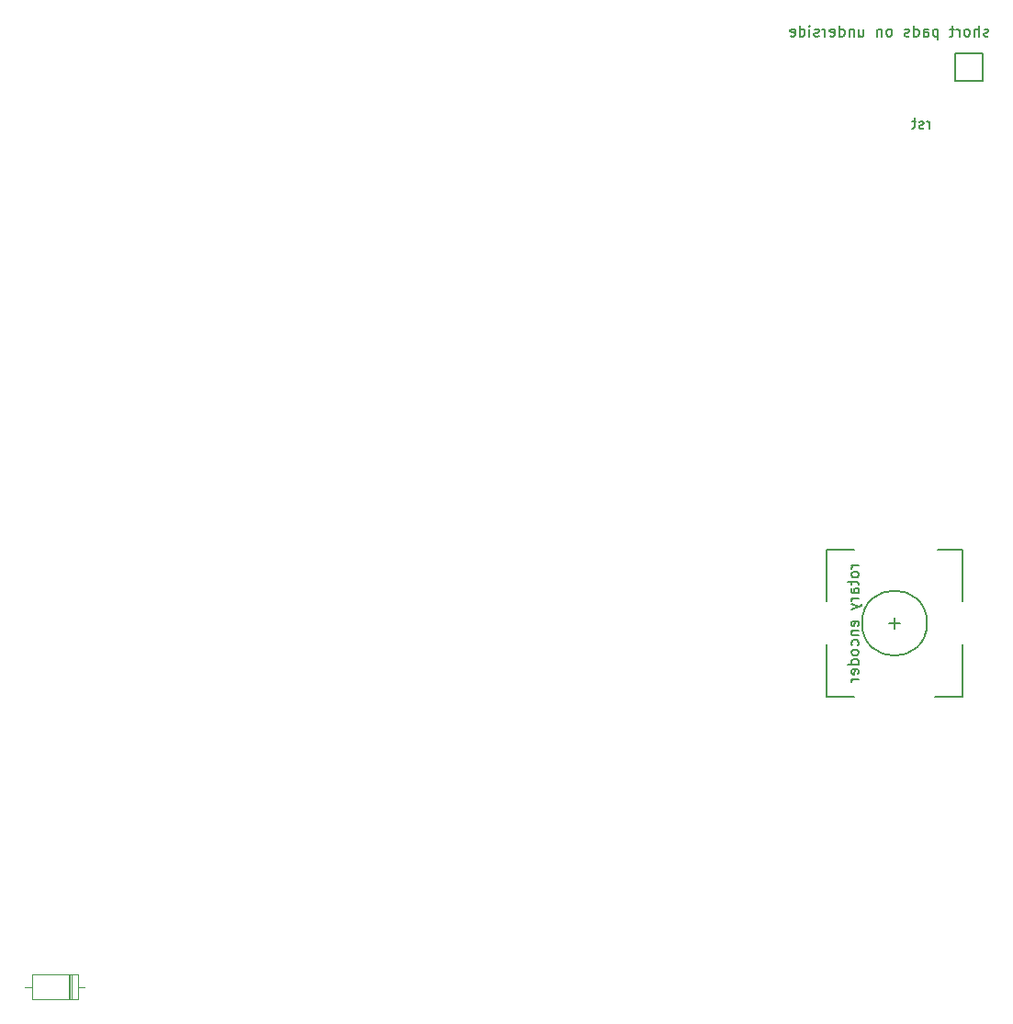
<source format=gbo>
%TF.GenerationSoftware,KiCad,Pcbnew,(6.0.8)*%
%TF.CreationDate,2023-04-06T15:31:32+10:00*%
%TF.ProjectId,drazie,6472617a-6965-42e6-9b69-6361645f7063,rev?*%
%TF.SameCoordinates,Original*%
%TF.FileFunction,Legend,Bot*%
%TF.FilePolarity,Positive*%
%FSLAX46Y46*%
G04 Gerber Fmt 4.6, Leading zero omitted, Abs format (unit mm)*
G04 Created by KiCad (PCBNEW (6.0.8)) date 2023-04-06 15:31:32*
%MOMM*%
%LPD*%
G01*
G04 APERTURE LIST*
G04 Aperture macros list*
%AMFreePoly0*
4,1,6,0.600000,0.200000,0.000000,-0.400000,-0.600000,0.200000,-0.600000,0.400000,0.600000,0.400000,0.600000,0.200000,0.600000,0.200000,$1*%
%AMFreePoly1*
4,1,6,0.600000,-0.250000,-0.600000,-0.250000,-0.600000,1.000000,0.000000,0.400000,0.600000,1.000000,0.600000,-0.250000,0.600000,-0.250000,$1*%
G04 Aperture macros list end*
%ADD10C,0.150000*%
%ADD11C,0.120000*%
%ADD12C,0.450000*%
%ADD13C,0.250000*%
%ADD14C,0.100000*%
%ADD15O,1.600000X1.600000*%
%ADD16R,1.600000X1.600000*%
%ADD17C,2.000000*%
%ADD18R,2.500000X3.000000*%
%ADD19R,2.000000X2.000000*%
%ADD20C,1.600000*%
%ADD21FreePoly0,90.000000*%
%ADD22FreePoly0,270.000000*%
%ADD23FreePoly1,90.000000*%
%ADD24FreePoly1,270.000000*%
%ADD25C,2.286000*%
%ADD26C,1.701800*%
%ADD27C,3.987800*%
%ADD28C,1.500000*%
%ADD29O,2.200000X1.600000*%
G04 APERTURE END LIST*
D10*
X202261904Y-23952380D02*
X202261904Y-23285714D01*
X202261904Y-23476190D02*
X202214285Y-23380952D01*
X202166666Y-23333333D01*
X202071428Y-23285714D01*
X201976190Y-23285714D01*
X201690476Y-23904761D02*
X201595238Y-23952380D01*
X201404761Y-23952380D01*
X201309523Y-23904761D01*
X201261904Y-23809523D01*
X201261904Y-23761904D01*
X201309523Y-23666666D01*
X201404761Y-23619047D01*
X201547619Y-23619047D01*
X201642857Y-23571428D01*
X201690476Y-23476190D01*
X201690476Y-23428571D01*
X201642857Y-23333333D01*
X201547619Y-23285714D01*
X201404761Y-23285714D01*
X201309523Y-23333333D01*
X200976190Y-23285714D02*
X200595238Y-23285714D01*
X200833333Y-22952380D02*
X200833333Y-23809523D01*
X200785714Y-23904761D01*
X200690476Y-23952380D01*
X200595238Y-23952380D01*
X207642857Y-15404761D02*
X207547619Y-15452380D01*
X207357142Y-15452380D01*
X207261904Y-15404761D01*
X207214285Y-15309523D01*
X207214285Y-15261904D01*
X207261904Y-15166666D01*
X207357142Y-15119047D01*
X207500000Y-15119047D01*
X207595238Y-15071428D01*
X207642857Y-14976190D01*
X207642857Y-14928571D01*
X207595238Y-14833333D01*
X207500000Y-14785714D01*
X207357142Y-14785714D01*
X207261904Y-14833333D01*
X206785714Y-15452380D02*
X206785714Y-14452380D01*
X206357142Y-15452380D02*
X206357142Y-14928571D01*
X206404761Y-14833333D01*
X206500000Y-14785714D01*
X206642857Y-14785714D01*
X206738095Y-14833333D01*
X206785714Y-14880952D01*
X205738095Y-15452380D02*
X205833333Y-15404761D01*
X205880952Y-15357142D01*
X205928571Y-15261904D01*
X205928571Y-14976190D01*
X205880952Y-14880952D01*
X205833333Y-14833333D01*
X205738095Y-14785714D01*
X205595238Y-14785714D01*
X205500000Y-14833333D01*
X205452380Y-14880952D01*
X205404761Y-14976190D01*
X205404761Y-15261904D01*
X205452380Y-15357142D01*
X205500000Y-15404761D01*
X205595238Y-15452380D01*
X205738095Y-15452380D01*
X204976190Y-15452380D02*
X204976190Y-14785714D01*
X204976190Y-14976190D02*
X204928571Y-14880952D01*
X204880952Y-14833333D01*
X204785714Y-14785714D01*
X204690476Y-14785714D01*
X204500000Y-14785714D02*
X204119047Y-14785714D01*
X204357142Y-14452380D02*
X204357142Y-15309523D01*
X204309523Y-15404761D01*
X204214285Y-15452380D01*
X204119047Y-15452380D01*
X203023809Y-14785714D02*
X203023809Y-15785714D01*
X203023809Y-14833333D02*
X202928571Y-14785714D01*
X202738095Y-14785714D01*
X202642857Y-14833333D01*
X202595238Y-14880952D01*
X202547619Y-14976190D01*
X202547619Y-15261904D01*
X202595238Y-15357142D01*
X202642857Y-15404761D01*
X202738095Y-15452380D01*
X202928571Y-15452380D01*
X203023809Y-15404761D01*
X201690476Y-15452380D02*
X201690476Y-14928571D01*
X201738095Y-14833333D01*
X201833333Y-14785714D01*
X202023809Y-14785714D01*
X202119047Y-14833333D01*
X201690476Y-15404761D02*
X201785714Y-15452380D01*
X202023809Y-15452380D01*
X202119047Y-15404761D01*
X202166666Y-15309523D01*
X202166666Y-15214285D01*
X202119047Y-15119047D01*
X202023809Y-15071428D01*
X201785714Y-15071428D01*
X201690476Y-15023809D01*
X200785714Y-15452380D02*
X200785714Y-14452380D01*
X200785714Y-15404761D02*
X200880952Y-15452380D01*
X201071428Y-15452380D01*
X201166666Y-15404761D01*
X201214285Y-15357142D01*
X201261904Y-15261904D01*
X201261904Y-14976190D01*
X201214285Y-14880952D01*
X201166666Y-14833333D01*
X201071428Y-14785714D01*
X200880952Y-14785714D01*
X200785714Y-14833333D01*
X200357142Y-15404761D02*
X200261904Y-15452380D01*
X200071428Y-15452380D01*
X199976190Y-15404761D01*
X199928571Y-15309523D01*
X199928571Y-15261904D01*
X199976190Y-15166666D01*
X200071428Y-15119047D01*
X200214285Y-15119047D01*
X200309523Y-15071428D01*
X200357142Y-14976190D01*
X200357142Y-14928571D01*
X200309523Y-14833333D01*
X200214285Y-14785714D01*
X200071428Y-14785714D01*
X199976190Y-14833333D01*
X198595238Y-15452380D02*
X198690476Y-15404761D01*
X198738095Y-15357142D01*
X198785714Y-15261904D01*
X198785714Y-14976190D01*
X198738095Y-14880952D01*
X198690476Y-14833333D01*
X198595238Y-14785714D01*
X198452380Y-14785714D01*
X198357142Y-14833333D01*
X198309523Y-14880952D01*
X198261904Y-14976190D01*
X198261904Y-15261904D01*
X198309523Y-15357142D01*
X198357142Y-15404761D01*
X198452380Y-15452380D01*
X198595238Y-15452380D01*
X197833333Y-14785714D02*
X197833333Y-15452380D01*
X197833333Y-14880952D02*
X197785714Y-14833333D01*
X197690476Y-14785714D01*
X197547619Y-14785714D01*
X197452380Y-14833333D01*
X197404761Y-14928571D01*
X197404761Y-15452380D01*
X195738095Y-14785714D02*
X195738095Y-15452380D01*
X196166666Y-14785714D02*
X196166666Y-15309523D01*
X196119047Y-15404761D01*
X196023809Y-15452380D01*
X195880952Y-15452380D01*
X195785714Y-15404761D01*
X195738095Y-15357142D01*
X195261904Y-14785714D02*
X195261904Y-15452380D01*
X195261904Y-14880952D02*
X195214285Y-14833333D01*
X195119047Y-14785714D01*
X194976190Y-14785714D01*
X194880952Y-14833333D01*
X194833333Y-14928571D01*
X194833333Y-15452380D01*
X193928571Y-15452380D02*
X193928571Y-14452380D01*
X193928571Y-15404761D02*
X194023809Y-15452380D01*
X194214285Y-15452380D01*
X194309523Y-15404761D01*
X194357142Y-15357142D01*
X194404761Y-15261904D01*
X194404761Y-14976190D01*
X194357142Y-14880952D01*
X194309523Y-14833333D01*
X194214285Y-14785714D01*
X194023809Y-14785714D01*
X193928571Y-14833333D01*
X193071428Y-15404761D02*
X193166666Y-15452380D01*
X193357142Y-15452380D01*
X193452380Y-15404761D01*
X193500000Y-15309523D01*
X193500000Y-14928571D01*
X193452380Y-14833333D01*
X193357142Y-14785714D01*
X193166666Y-14785714D01*
X193071428Y-14833333D01*
X193023809Y-14928571D01*
X193023809Y-15023809D01*
X193500000Y-15119047D01*
X192595238Y-15452380D02*
X192595238Y-14785714D01*
X192595238Y-14976190D02*
X192547619Y-14880952D01*
X192500000Y-14833333D01*
X192404761Y-14785714D01*
X192309523Y-14785714D01*
X192023809Y-15404761D02*
X191928571Y-15452380D01*
X191738095Y-15452380D01*
X191642857Y-15404761D01*
X191595238Y-15309523D01*
X191595238Y-15261904D01*
X191642857Y-15166666D01*
X191738095Y-15119047D01*
X191880952Y-15119047D01*
X191976190Y-15071428D01*
X192023809Y-14976190D01*
X192023809Y-14928571D01*
X191976190Y-14833333D01*
X191880952Y-14785714D01*
X191738095Y-14785714D01*
X191642857Y-14833333D01*
X191166666Y-15452380D02*
X191166666Y-14785714D01*
X191166666Y-14452380D02*
X191214285Y-14500000D01*
X191166666Y-14547619D01*
X191119047Y-14500000D01*
X191166666Y-14452380D01*
X191166666Y-14547619D01*
X190261904Y-15452380D02*
X190261904Y-14452380D01*
X190261904Y-15404761D02*
X190357142Y-15452380D01*
X190547619Y-15452380D01*
X190642857Y-15404761D01*
X190690476Y-15357142D01*
X190738095Y-15261904D01*
X190738095Y-14976190D01*
X190690476Y-14880952D01*
X190642857Y-14833333D01*
X190547619Y-14785714D01*
X190357142Y-14785714D01*
X190261904Y-14833333D01*
X189404761Y-15404761D02*
X189500000Y-15452380D01*
X189690476Y-15452380D01*
X189785714Y-15404761D01*
X189833333Y-15309523D01*
X189833333Y-14928571D01*
X189785714Y-14833333D01*
X189690476Y-14785714D01*
X189500000Y-14785714D01*
X189404761Y-14833333D01*
X189357142Y-14928571D01*
X189357142Y-15023809D01*
X189833333Y-15119047D01*
X198500000Y-69500000D02*
X199500000Y-69500000D01*
X199000000Y-69000000D02*
X199000000Y-70000000D01*
X202000000Y-69500000D02*
G75*
G03*
X202000000Y-69500000I-3000000J0D01*
G01*
X195702380Y-64214285D02*
X195035714Y-64214285D01*
X195226190Y-64214285D02*
X195130952Y-64261904D01*
X195083333Y-64309523D01*
X195035714Y-64404761D01*
X195035714Y-64500000D01*
X195702380Y-64976190D02*
X195654761Y-64880952D01*
X195607142Y-64833333D01*
X195511904Y-64785714D01*
X195226190Y-64785714D01*
X195130952Y-64833333D01*
X195083333Y-64880952D01*
X195035714Y-64976190D01*
X195035714Y-65119047D01*
X195083333Y-65214285D01*
X195130952Y-65261904D01*
X195226190Y-65309523D01*
X195511904Y-65309523D01*
X195607142Y-65261904D01*
X195654761Y-65214285D01*
X195702380Y-65119047D01*
X195702380Y-64976190D01*
X195035714Y-65595238D02*
X195035714Y-65976190D01*
X194702380Y-65738095D02*
X195559523Y-65738095D01*
X195654761Y-65785714D01*
X195702380Y-65880952D01*
X195702380Y-65976190D01*
X195702380Y-66738095D02*
X195178571Y-66738095D01*
X195083333Y-66690476D01*
X195035714Y-66595238D01*
X195035714Y-66404761D01*
X195083333Y-66309523D01*
X195654761Y-66738095D02*
X195702380Y-66642857D01*
X195702380Y-66404761D01*
X195654761Y-66309523D01*
X195559523Y-66261904D01*
X195464285Y-66261904D01*
X195369047Y-66309523D01*
X195321428Y-66404761D01*
X195321428Y-66642857D01*
X195273809Y-66738095D01*
X195702380Y-67214285D02*
X195035714Y-67214285D01*
X195226190Y-67214285D02*
X195130952Y-67261904D01*
X195083333Y-67309523D01*
X195035714Y-67404761D01*
X195035714Y-67500000D01*
X195035714Y-67738095D02*
X195702380Y-67976190D01*
X195035714Y-68214285D02*
X195702380Y-67976190D01*
X195940476Y-67880952D01*
X195988095Y-67833333D01*
X196035714Y-67738095D01*
X195654761Y-69738095D02*
X195702380Y-69642857D01*
X195702380Y-69452380D01*
X195654761Y-69357142D01*
X195559523Y-69309523D01*
X195178571Y-69309523D01*
X195083333Y-69357142D01*
X195035714Y-69452380D01*
X195035714Y-69642857D01*
X195083333Y-69738095D01*
X195178571Y-69785714D01*
X195273809Y-69785714D01*
X195369047Y-69309523D01*
X195035714Y-70214285D02*
X195702380Y-70214285D01*
X195130952Y-70214285D02*
X195083333Y-70261904D01*
X195035714Y-70357142D01*
X195035714Y-70500000D01*
X195083333Y-70595238D01*
X195178571Y-70642857D01*
X195702380Y-70642857D01*
X195654761Y-71547619D02*
X195702380Y-71452380D01*
X195702380Y-71261904D01*
X195654761Y-71166666D01*
X195607142Y-71119047D01*
X195511904Y-71071428D01*
X195226190Y-71071428D01*
X195130952Y-71119047D01*
X195083333Y-71166666D01*
X195035714Y-71261904D01*
X195035714Y-71452380D01*
X195083333Y-71547619D01*
X195702380Y-72119047D02*
X195654761Y-72023809D01*
X195607142Y-71976190D01*
X195511904Y-71928571D01*
X195226190Y-71928571D01*
X195130952Y-71976190D01*
X195083333Y-72023809D01*
X195035714Y-72119047D01*
X195035714Y-72261904D01*
X195083333Y-72357142D01*
X195130952Y-72404761D01*
X195226190Y-72452380D01*
X195511904Y-72452380D01*
X195607142Y-72404761D01*
X195654761Y-72357142D01*
X195702380Y-72261904D01*
X195702380Y-72119047D01*
X195702380Y-73309523D02*
X194702380Y-73309523D01*
X195654761Y-73309523D02*
X195702380Y-73214285D01*
X195702380Y-73023809D01*
X195654761Y-72928571D01*
X195607142Y-72880952D01*
X195511904Y-72833333D01*
X195226190Y-72833333D01*
X195130952Y-72880952D01*
X195083333Y-72928571D01*
X195035714Y-73023809D01*
X195035714Y-73214285D01*
X195083333Y-73309523D01*
X195654761Y-74166666D02*
X195702380Y-74071428D01*
X195702380Y-73880952D01*
X195654761Y-73785714D01*
X195559523Y-73738095D01*
X195178571Y-73738095D01*
X195083333Y-73785714D01*
X195035714Y-73880952D01*
X195035714Y-74071428D01*
X195083333Y-74166666D01*
X195178571Y-74214285D01*
X195273809Y-74214285D01*
X195369047Y-73738095D01*
X195702380Y-74642857D02*
X195035714Y-74642857D01*
X195226190Y-74642857D02*
X195130952Y-74690476D01*
X195083333Y-74738095D01*
X195035714Y-74833333D01*
X195035714Y-74928571D01*
X205250000Y-76250000D02*
X205250000Y-71500000D01*
X202750000Y-76250000D02*
X205250000Y-76250000D01*
X192750000Y-76250000D02*
X195250000Y-76250000D01*
X192750000Y-76000000D02*
X192750000Y-76250000D01*
X192750000Y-71500000D02*
X192750000Y-76000000D01*
X192750000Y-62750000D02*
X192750000Y-67500000D01*
X195250000Y-62750000D02*
X192750000Y-62750000D01*
X205250000Y-62750000D02*
X205250000Y-67500000D01*
X203000000Y-62750000D02*
X205250000Y-62750000D01*
D11*
%TO.C,R*%
X123115000Y-101880000D02*
X123115000Y-104120000D01*
X119475000Y-104120000D02*
X119475000Y-101880000D01*
X122995000Y-101880000D02*
X122995000Y-104120000D01*
X118825000Y-103000000D02*
X119475000Y-103000000D01*
X123715000Y-101880000D02*
X123715000Y-104120000D01*
X123715000Y-104120000D02*
X119475000Y-104120000D01*
X124365000Y-103000000D02*
X123715000Y-103000000D01*
X119475000Y-101880000D02*
X123715000Y-101880000D01*
X122875000Y-101880000D02*
X122875000Y-104120000D01*
D10*
%TO.C,MCU1*%
X204612000Y-19559000D02*
X207152000Y-19559000D01*
X207152000Y-19559000D02*
X207152000Y-17019000D01*
X204612000Y-17019000D02*
X207152000Y-17019000D01*
X204612000Y-17019000D02*
X204612000Y-19559000D01*
%TD*%
%LPC*%
X204928571Y-90952380D02*
X204928571Y-89952380D01*
X204928571Y-90333333D02*
X204833333Y-90285714D01*
X204642857Y-90285714D01*
X204547619Y-90333333D01*
X204500000Y-90380952D01*
X204452380Y-90476190D01*
X204452380Y-90761904D01*
X204500000Y-90857142D01*
X204547619Y-90904761D01*
X204642857Y-90952380D01*
X204833333Y-90952380D01*
X204928571Y-90904761D01*
X204119047Y-90285714D02*
X203880952Y-90952380D01*
X203642857Y-90285714D02*
X203880952Y-90952380D01*
X203976190Y-91190476D01*
X204023809Y-91238095D01*
X204119047Y-91285714D01*
X202071428Y-90285714D02*
X202071428Y-91095238D01*
X202119047Y-91190476D01*
X202166666Y-91238095D01*
X202261904Y-91285714D01*
X202404761Y-91285714D01*
X202500000Y-91238095D01*
X202071428Y-90904761D02*
X202166666Y-90952380D01*
X202357142Y-90952380D01*
X202452380Y-90904761D01*
X202500000Y-90857142D01*
X202547619Y-90761904D01*
X202547619Y-90476190D01*
X202500000Y-90380952D01*
X202452380Y-90333333D01*
X202357142Y-90285714D01*
X202166666Y-90285714D01*
X202071428Y-90333333D01*
X201595238Y-90285714D02*
X201595238Y-90952380D01*
X201595238Y-90380952D02*
X201547619Y-90333333D01*
X201452380Y-90285714D01*
X201309523Y-90285714D01*
X201214285Y-90333333D01*
X201166666Y-90428571D01*
X201166666Y-90952380D01*
X200261904Y-90952380D02*
X200261904Y-90428571D01*
X200309523Y-90333333D01*
X200404761Y-90285714D01*
X200595238Y-90285714D01*
X200690476Y-90333333D01*
X200261904Y-90904761D02*
X200357142Y-90952380D01*
X200595238Y-90952380D01*
X200690476Y-90904761D01*
X200738095Y-90809523D01*
X200738095Y-90714285D01*
X200690476Y-90619047D01*
X200595238Y-90571428D01*
X200357142Y-90571428D01*
X200261904Y-90523809D01*
X199880952Y-90285714D02*
X199690476Y-90952380D01*
X199500000Y-90476190D01*
X199309523Y-90952380D01*
X199119047Y-90285714D01*
X198738095Y-90952380D02*
X198738095Y-90285714D01*
X198738095Y-90380952D02*
X198690476Y-90333333D01*
X198595238Y-90285714D01*
X198452380Y-90285714D01*
X198357142Y-90333333D01*
X198309523Y-90428571D01*
X198309523Y-90952380D01*
X198309523Y-90428571D02*
X198261904Y-90333333D01*
X198166666Y-90285714D01*
X198023809Y-90285714D01*
X197928571Y-90333333D01*
X197880952Y-90428571D01*
X197880952Y-90952380D01*
X196976190Y-90952380D02*
X196976190Y-90428571D01*
X197023809Y-90333333D01*
X197119047Y-90285714D01*
X197309523Y-90285714D01*
X197404761Y-90333333D01*
X196976190Y-90904761D02*
X197071428Y-90952380D01*
X197309523Y-90952380D01*
X197404761Y-90904761D01*
X197452380Y-90809523D01*
X197452380Y-90714285D01*
X197404761Y-90619047D01*
X197309523Y-90571428D01*
X197071428Y-90571428D01*
X196976190Y-90523809D01*
X196500000Y-90285714D02*
X196500000Y-90952380D01*
X196500000Y-90380952D02*
X196452380Y-90333333D01*
X196357142Y-90285714D01*
X196214285Y-90285714D01*
X196119047Y-90333333D01*
X196071428Y-90428571D01*
X196071428Y-90952380D01*
D12*
X203207500Y-82442142D02*
X203207500Y-79442142D01*
X203207500Y-82299285D02*
X203493214Y-82442142D01*
X204064642Y-82442142D01*
X204350357Y-82299285D01*
X204493214Y-82156428D01*
X204636071Y-81870714D01*
X204636071Y-81013571D01*
X204493214Y-80727857D01*
X204350357Y-80585000D01*
X204064642Y-80442142D01*
X203493214Y-80442142D01*
X203207500Y-80585000D01*
X201778928Y-82442142D02*
X201778928Y-80442142D01*
X201778928Y-81013571D02*
X201636071Y-80727857D01*
X201493214Y-80585000D01*
X201207500Y-80442142D01*
X200921785Y-80442142D01*
X198636071Y-82442142D02*
X198636071Y-80870714D01*
X198778928Y-80585000D01*
X199064642Y-80442142D01*
X199636071Y-80442142D01*
X199921785Y-80585000D01*
X198636071Y-82299285D02*
X198921785Y-82442142D01*
X199636071Y-82442142D01*
X199921785Y-82299285D01*
X200064642Y-82013571D01*
X200064642Y-81727857D01*
X199921785Y-81442142D01*
X199636071Y-81299285D01*
X198921785Y-81299285D01*
X198636071Y-81156428D01*
X197493214Y-80442142D02*
X195921785Y-80442142D01*
X197493214Y-82442142D01*
X195921785Y-82442142D01*
X194778928Y-82442142D02*
X194778928Y-80442142D01*
X194778928Y-79442142D02*
X194921785Y-79585000D01*
X194778928Y-79727857D01*
X194636071Y-79585000D01*
X194778928Y-79442142D01*
X194778928Y-79727857D01*
X192207500Y-82299285D02*
X192493214Y-82442142D01*
X193064642Y-82442142D01*
X193350357Y-82299285D01*
X193493214Y-82013571D01*
X193493214Y-80870714D01*
X193350357Y-80585000D01*
X193064642Y-80442142D01*
X192493214Y-80442142D01*
X192207500Y-80585000D01*
X192064642Y-80870714D01*
X192064642Y-81156428D01*
X193493214Y-81442142D01*
X204493214Y-87272142D02*
X204493214Y-85272142D01*
X204493214Y-85843571D02*
X204350357Y-85557857D01*
X204207500Y-85415000D01*
X203921785Y-85272142D01*
X203636071Y-85272142D01*
X201493214Y-87129285D02*
X201778928Y-87272142D01*
X202350357Y-87272142D01*
X202636071Y-87129285D01*
X202778928Y-86843571D01*
X202778928Y-85700714D01*
X202636071Y-85415000D01*
X202350357Y-85272142D01*
X201778928Y-85272142D01*
X201493214Y-85415000D01*
X201350357Y-85700714D01*
X201350357Y-85986428D01*
X202778928Y-86272142D01*
X200350357Y-85272142D02*
X199636071Y-87272142D01*
X198921785Y-85272142D01*
X196207500Y-87272142D02*
X197921785Y-87272142D01*
X197064642Y-87272142D02*
X197064642Y-84272142D01*
X197350357Y-84700714D01*
X197636071Y-84986428D01*
X197921785Y-85129285D01*
D13*
%TO.C,MCU1*%
X199149000Y-43689000D02*
G75*
G03*
X199149000Y-43689000I-125000J0D01*
G01*
X197625000Y-20829000D02*
G75*
G03*
X197625000Y-20829000I-125000J0D01*
G01*
X197625000Y-41149000D02*
G75*
G03*
X197625000Y-41149000I-125000J0D01*
G01*
X197625000Y-36069000D02*
G75*
G03*
X197625000Y-36069000I-125000J0D01*
G01*
X197625000Y-38609000D02*
G75*
G03*
X197625000Y-38609000I-125000J0D01*
G01*
X199149000Y-33529000D02*
G75*
G03*
X199149000Y-33529000I-125000J0D01*
G01*
X199149000Y-41149000D02*
G75*
G03*
X199149000Y-41149000I-125000J0D01*
G01*
X197625000Y-25909000D02*
G75*
G03*
X197625000Y-25909000I-125000J0D01*
G01*
X199149000Y-20829000D02*
G75*
G03*
X199149000Y-20829000I-125000J0D01*
G01*
X197625000Y-33529000D02*
G75*
G03*
X197625000Y-33529000I-125000J0D01*
G01*
X197625000Y-46229000D02*
G75*
G03*
X197625000Y-46229000I-125000J0D01*
G01*
X199149000Y-23369000D02*
G75*
G03*
X199149000Y-23369000I-125000J0D01*
G01*
X199149000Y-25909000D02*
G75*
G03*
X199149000Y-25909000I-125000J0D01*
G01*
X199149000Y-36069000D02*
G75*
G03*
X199149000Y-36069000I-125000J0D01*
G01*
X197625000Y-43689000D02*
G75*
G03*
X197625000Y-43689000I-125000J0D01*
G01*
X197625000Y-23369000D02*
G75*
G03*
X197625000Y-23369000I-125000J0D01*
G01*
X199149000Y-38609000D02*
G75*
G03*
X199149000Y-38609000I-125000J0D01*
G01*
X199149000Y-18289000D02*
G75*
G03*
X199149000Y-18289000I-125000J0D01*
G01*
X199149000Y-30989000D02*
G75*
G03*
X199149000Y-30989000I-125000J0D01*
G01*
X199149000Y-46229000D02*
G75*
G03*
X199149000Y-46229000I-125000J0D01*
G01*
X199149000Y-28449000D02*
G75*
G03*
X199149000Y-28449000I-125000J0D01*
G01*
X197625000Y-30989000D02*
G75*
G03*
X197625000Y-30989000I-125000J0D01*
G01*
X197625000Y-28449000D02*
G75*
G03*
X197625000Y-28449000I-125000J0D01*
G01*
X197625000Y-18289000D02*
G75*
G03*
X197625000Y-18289000I-125000J0D01*
G01*
G36*
X204358000Y-41657000D02*
G01*
X203342000Y-41657000D01*
X203342000Y-40641000D01*
X204358000Y-40641000D01*
X204358000Y-41657000D01*
G37*
D14*
X204358000Y-41657000D02*
X203342000Y-41657000D01*
X203342000Y-40641000D01*
X204358000Y-40641000D01*
X204358000Y-41657000D01*
G36*
X204358000Y-39117000D02*
G01*
X203342000Y-39117000D01*
X203342000Y-38101000D01*
X204358000Y-38101000D01*
X204358000Y-39117000D01*
G37*
X204358000Y-39117000D02*
X203342000Y-39117000D01*
X203342000Y-38101000D01*
X204358000Y-38101000D01*
X204358000Y-39117000D01*
G36*
X193182000Y-23877000D02*
G01*
X192166000Y-23877000D01*
X192166000Y-22861000D01*
X193182000Y-22861000D01*
X193182000Y-23877000D01*
G37*
X193182000Y-23877000D02*
X192166000Y-23877000D01*
X192166000Y-22861000D01*
X193182000Y-22861000D01*
X193182000Y-23877000D01*
G36*
X193182000Y-26417000D02*
G01*
X192166000Y-26417000D01*
X192166000Y-25401000D01*
X193182000Y-25401000D01*
X193182000Y-26417000D01*
G37*
X193182000Y-26417000D02*
X192166000Y-26417000D01*
X192166000Y-25401000D01*
X193182000Y-25401000D01*
X193182000Y-26417000D01*
G36*
X193182000Y-36577000D02*
G01*
X192166000Y-36577000D01*
X192166000Y-35561000D01*
X193182000Y-35561000D01*
X193182000Y-36577000D01*
G37*
X193182000Y-36577000D02*
X192166000Y-36577000D01*
X192166000Y-35561000D01*
X193182000Y-35561000D01*
X193182000Y-36577000D01*
G36*
X204358000Y-34037000D02*
G01*
X203342000Y-34037000D01*
X203342000Y-33021000D01*
X204358000Y-33021000D01*
X204358000Y-34037000D01*
G37*
X204358000Y-34037000D02*
X203342000Y-34037000D01*
X203342000Y-33021000D01*
X204358000Y-33021000D01*
X204358000Y-34037000D01*
G36*
X193182000Y-28957000D02*
G01*
X192166000Y-28957000D01*
X192166000Y-27941000D01*
X193182000Y-27941000D01*
X193182000Y-28957000D01*
G37*
X193182000Y-28957000D02*
X192166000Y-28957000D01*
X192166000Y-27941000D01*
X193182000Y-27941000D01*
X193182000Y-28957000D01*
G36*
X193182000Y-21337000D02*
G01*
X192166000Y-21337000D01*
X192166000Y-20321000D01*
X193182000Y-20321000D01*
X193182000Y-21337000D01*
G37*
X193182000Y-21337000D02*
X192166000Y-21337000D01*
X192166000Y-20321000D01*
X193182000Y-20321000D01*
X193182000Y-21337000D01*
G36*
X193182000Y-34037000D02*
G01*
X192166000Y-34037000D01*
X192166000Y-33021000D01*
X193182000Y-33021000D01*
X193182000Y-34037000D01*
G37*
X193182000Y-34037000D02*
X192166000Y-34037000D01*
X192166000Y-33021000D01*
X193182000Y-33021000D01*
X193182000Y-34037000D01*
G36*
X204358000Y-44197000D02*
G01*
X203342000Y-44197000D01*
X203342000Y-43181000D01*
X204358000Y-43181000D01*
X204358000Y-44197000D01*
G37*
X204358000Y-44197000D02*
X203342000Y-44197000D01*
X203342000Y-43181000D01*
X204358000Y-43181000D01*
X204358000Y-44197000D01*
G36*
X204358000Y-26417000D02*
G01*
X203342000Y-26417000D01*
X203342000Y-25401000D01*
X204358000Y-25401000D01*
X204358000Y-26417000D01*
G37*
X204358000Y-26417000D02*
X203342000Y-26417000D01*
X203342000Y-25401000D01*
X204358000Y-25401000D01*
X204358000Y-26417000D01*
G36*
X204358000Y-46737000D02*
G01*
X203342000Y-46737000D01*
X203342000Y-45721000D01*
X204358000Y-45721000D01*
X204358000Y-46737000D01*
G37*
X204358000Y-46737000D02*
X203342000Y-46737000D01*
X203342000Y-45721000D01*
X204358000Y-45721000D01*
X204358000Y-46737000D01*
G36*
X204358000Y-21337000D02*
G01*
X203342000Y-21337000D01*
X203342000Y-20321000D01*
X204358000Y-20321000D01*
X204358000Y-21337000D01*
G37*
X204358000Y-21337000D02*
X203342000Y-21337000D01*
X203342000Y-20321000D01*
X204358000Y-20321000D01*
X204358000Y-21337000D01*
G36*
X193182000Y-18797000D02*
G01*
X192166000Y-18797000D01*
X192166000Y-17781000D01*
X193182000Y-17781000D01*
X193182000Y-18797000D01*
G37*
X193182000Y-18797000D02*
X192166000Y-18797000D01*
X192166000Y-17781000D01*
X193182000Y-17781000D01*
X193182000Y-18797000D01*
G36*
X204358000Y-31497000D02*
G01*
X203342000Y-31497000D01*
X203342000Y-30481000D01*
X204358000Y-30481000D01*
X204358000Y-31497000D01*
G37*
X204358000Y-31497000D02*
X203342000Y-31497000D01*
X203342000Y-30481000D01*
X204358000Y-30481000D01*
X204358000Y-31497000D01*
G36*
X193182000Y-44197000D02*
G01*
X192166000Y-44197000D01*
X192166000Y-43181000D01*
X193182000Y-43181000D01*
X193182000Y-44197000D01*
G37*
X193182000Y-44197000D02*
X192166000Y-44197000D01*
X192166000Y-43181000D01*
X193182000Y-43181000D01*
X193182000Y-44197000D01*
G36*
X204358000Y-36577000D02*
G01*
X203342000Y-36577000D01*
X203342000Y-35561000D01*
X204358000Y-35561000D01*
X204358000Y-36577000D01*
G37*
X204358000Y-36577000D02*
X203342000Y-36577000D01*
X203342000Y-35561000D01*
X204358000Y-35561000D01*
X204358000Y-36577000D01*
G36*
X193182000Y-46737000D02*
G01*
X192166000Y-46737000D01*
X192166000Y-45721000D01*
X193182000Y-45721000D01*
X193182000Y-46737000D01*
G37*
X193182000Y-46737000D02*
X192166000Y-46737000D01*
X192166000Y-45721000D01*
X193182000Y-45721000D01*
X193182000Y-46737000D01*
G36*
X193182000Y-41657000D02*
G01*
X192166000Y-41657000D01*
X192166000Y-40641000D01*
X193182000Y-40641000D01*
X193182000Y-41657000D01*
G37*
X193182000Y-41657000D02*
X192166000Y-41657000D01*
X192166000Y-40641000D01*
X193182000Y-40641000D01*
X193182000Y-41657000D01*
G36*
X193182000Y-31497000D02*
G01*
X192166000Y-31497000D01*
X192166000Y-30481000D01*
X193182000Y-30481000D01*
X193182000Y-31497000D01*
G37*
X193182000Y-31497000D02*
X192166000Y-31497000D01*
X192166000Y-30481000D01*
X193182000Y-30481000D01*
X193182000Y-31497000D01*
G36*
X204358000Y-28957000D02*
G01*
X203342000Y-28957000D01*
X203342000Y-27941000D01*
X204358000Y-27941000D01*
X204358000Y-28957000D01*
G37*
X204358000Y-28957000D02*
X203342000Y-28957000D01*
X203342000Y-27941000D01*
X204358000Y-27941000D01*
X204358000Y-28957000D01*
G36*
X193182000Y-39117000D02*
G01*
X192166000Y-39117000D01*
X192166000Y-38101000D01*
X193182000Y-38101000D01*
X193182000Y-39117000D01*
G37*
X193182000Y-39117000D02*
X192166000Y-39117000D01*
X192166000Y-38101000D01*
X193182000Y-38101000D01*
X193182000Y-39117000D01*
G36*
X204358000Y-23877000D02*
G01*
X203342000Y-23877000D01*
X203342000Y-22861000D01*
X204358000Y-22861000D01*
X204358000Y-23877000D01*
G37*
X204358000Y-23877000D02*
X203342000Y-23877000D01*
X203342000Y-22861000D01*
X204358000Y-22861000D01*
X204358000Y-23877000D01*
G36*
X204358000Y-18797000D02*
G01*
X203342000Y-18797000D01*
X203342000Y-17781000D01*
X204358000Y-17781000D01*
X204358000Y-18797000D01*
G37*
X204358000Y-18797000D02*
X203342000Y-18797000D01*
X203342000Y-17781000D01*
X204358000Y-17781000D01*
X204358000Y-18797000D01*
%TD*%
D15*
%TO.C,R*%
X127880000Y-103000000D03*
D16*
X135500000Y-103000000D03*
%TD*%
D15*
%TO.C,R*%
X117880000Y-103000000D03*
D16*
X125500000Y-103000000D03*
%TD*%
D15*
%TO.C,R*%
X137880000Y-103000000D03*
D16*
X145500000Y-103000000D03*
%TD*%
D17*
%TO.C,rotary encoder*%
X196500000Y-76500000D03*
X201500000Y-76500000D03*
D18*
X204600000Y-69500000D03*
X193400000Y-69500000D03*
D17*
X199000000Y-62000000D03*
X196500000Y-62000000D03*
D19*
X201500000Y-62000000D03*
%TD*%
D15*
%TO.C,R*%
X139880000Y-97000000D03*
D16*
X147500000Y-97000000D03*
%TD*%
D15*
%TO.C,R*%
X141880000Y-91000000D03*
D16*
X149500000Y-91000000D03*
%TD*%
D15*
%TO.C,R*%
X140880000Y-94000000D03*
D16*
X148500000Y-94000000D03*
%TD*%
D15*
%TO.C,R*%
X138880000Y-100000000D03*
D16*
X146500000Y-100000000D03*
%TD*%
D15*
%TO.C,R*%
X129880000Y-97000000D03*
D16*
X137500000Y-97000000D03*
%TD*%
D15*
%TO.C,R*%
X131880000Y-91000000D03*
D16*
X139500000Y-91000000D03*
%TD*%
D15*
%TO.C,R*%
X130880000Y-94000000D03*
D16*
X138500000Y-94000000D03*
%TD*%
D15*
%TO.C,R*%
X128880000Y-100000000D03*
D16*
X136500000Y-100000000D03*
%TD*%
D15*
%TO.C,R*%
X119880000Y-97000000D03*
D16*
X127500000Y-97000000D03*
%TD*%
D15*
%TO.C,R*%
X121880000Y-91000000D03*
D16*
X129500000Y-91000000D03*
%TD*%
D15*
%TO.C,R*%
X120880000Y-94000000D03*
D16*
X128500000Y-94000000D03*
%TD*%
D15*
%TO.C,R*%
X118880000Y-100000000D03*
D16*
X126500000Y-100000000D03*
%TD*%
D15*
%TO.C,R*%
X109880000Y-97000000D03*
D16*
X117500000Y-97000000D03*
%TD*%
D15*
%TO.C,R*%
X111880000Y-91000000D03*
D16*
X119500000Y-91000000D03*
%TD*%
D15*
%TO.C,R*%
X110880000Y-94000000D03*
D16*
X118500000Y-94000000D03*
%TD*%
D15*
%TO.C,R*%
X108880000Y-100000000D03*
D16*
X116500000Y-100000000D03*
%TD*%
D15*
%TO.C,R*%
X99880000Y-97000000D03*
D16*
X107500000Y-97000000D03*
%TD*%
D15*
%TO.C,R*%
X101880000Y-91000000D03*
D16*
X109500000Y-91000000D03*
%TD*%
D15*
%TO.C,R*%
X100880000Y-94000000D03*
D16*
X108500000Y-94000000D03*
%TD*%
D15*
%TO.C,R*%
X98880000Y-100000000D03*
D16*
X106500000Y-100000000D03*
%TD*%
D15*
%TO.C,R*%
X89880000Y-96992834D03*
D16*
X97500000Y-96992834D03*
%TD*%
D15*
%TO.C,R*%
X91880000Y-90992834D03*
D16*
X99500000Y-90992834D03*
%TD*%
D15*
%TO.C,R*%
X90880000Y-93992834D03*
D16*
X98500000Y-93992834D03*
%TD*%
D15*
%TO.C,R*%
X88880000Y-99992834D03*
D16*
X96500000Y-99992834D03*
%TD*%
D15*
%TO.C,R*%
X58880000Y-100000000D03*
D16*
X66500000Y-100000000D03*
%TD*%
D15*
%TO.C,R*%
X59880000Y-97000000D03*
D16*
X67500000Y-97000000D03*
%TD*%
D15*
%TO.C,R*%
X60880000Y-94000000D03*
D16*
X68500000Y-94000000D03*
%TD*%
D15*
%TO.C,R*%
X61880000Y-91000000D03*
D16*
X69500000Y-91000000D03*
%TD*%
D15*
%TO.C,R*%
X68880000Y-100000000D03*
D16*
X76500000Y-100000000D03*
%TD*%
D15*
%TO.C,R*%
X69880000Y-97000000D03*
D16*
X77500000Y-97000000D03*
%TD*%
D15*
%TO.C,R*%
X70880000Y-94000000D03*
D16*
X78500000Y-94000000D03*
%TD*%
D15*
%TO.C,R*%
X71880000Y-91000000D03*
D16*
X79500000Y-91000000D03*
%TD*%
D15*
%TO.C,R*%
X78880000Y-100000000D03*
D16*
X86500000Y-100000000D03*
%TD*%
D15*
%TO.C,R*%
X79880000Y-97000000D03*
D16*
X87500000Y-97000000D03*
%TD*%
D15*
%TO.C,R*%
X80880000Y-94000000D03*
D16*
X88500000Y-94000000D03*
%TD*%
D15*
%TO.C,R*%
X81880000Y-91000000D03*
D16*
X89500000Y-91000000D03*
%TD*%
D20*
%TO.C,MCU1*%
X190642000Y-28449000D03*
X190642000Y-41149000D03*
X190642000Y-18289000D03*
X205882000Y-18289000D03*
D21*
X192420000Y-18289000D03*
X192420000Y-20829000D03*
D16*
X205882000Y-18289000D03*
D22*
X204104000Y-46229000D03*
D20*
X190642000Y-43689000D03*
D21*
X192420000Y-41149000D03*
D20*
X190642000Y-20829000D03*
D22*
X204104000Y-33529000D03*
D20*
X205882000Y-36069000D03*
X190642000Y-23369000D03*
D22*
X204104000Y-23369000D03*
X204104000Y-18289000D03*
X204104000Y-36069000D03*
D20*
X190642000Y-46229000D03*
D21*
X192420000Y-23369000D03*
D20*
X190642000Y-33529000D03*
X205882000Y-33529000D03*
D22*
X204104000Y-41149000D03*
D20*
X190642000Y-25909000D03*
D22*
X204104000Y-25909000D03*
D21*
X192420000Y-38609000D03*
X192420000Y-30989000D03*
X192420000Y-28449000D03*
D22*
X204104000Y-38609000D03*
D20*
X205882000Y-46229000D03*
D22*
X204104000Y-20829000D03*
X204104000Y-43689000D03*
D21*
X192420000Y-36069000D03*
D20*
X205882000Y-41149000D03*
X205882000Y-30989000D03*
D21*
X192420000Y-46229000D03*
D20*
X205882000Y-20829000D03*
D21*
X192420000Y-25909000D03*
D20*
X190642000Y-36069000D03*
X205882000Y-38609000D03*
D21*
X192420000Y-43689000D03*
D20*
X190642000Y-30989000D03*
X205882000Y-25909000D03*
D21*
X192420000Y-33529000D03*
D20*
X205882000Y-23369000D03*
X190642000Y-38609000D03*
X205882000Y-43689000D03*
X205882000Y-28449000D03*
D22*
X204104000Y-30989000D03*
X204104000Y-28449000D03*
D23*
X193436000Y-18289000D03*
X193436000Y-20829000D03*
X193436000Y-23369000D03*
X193436000Y-25909000D03*
X193436000Y-28449000D03*
X193436000Y-30989000D03*
X193436000Y-33529000D03*
X193436000Y-36069000D03*
X193436000Y-38609000D03*
X193436000Y-41149000D03*
X193436000Y-43689000D03*
X193436000Y-46229000D03*
D24*
X203088000Y-46229000D03*
X203088000Y-43689000D03*
X203088000Y-41149000D03*
X203088000Y-38609000D03*
X203088000Y-36069000D03*
X203088000Y-33529000D03*
X203088000Y-30989000D03*
X203088000Y-28449000D03*
X203088000Y-25909000D03*
X203088000Y-23369000D03*
X203088000Y-20829000D03*
X203088000Y-18289000D03*
%TD*%
D25*
%TO.C,S14*%
X144810000Y-76460000D03*
X137190000Y-76460000D03*
X138460000Y-73920000D03*
X143540000Y-73920000D03*
D26*
X146080000Y-79000000D03*
D27*
X141000000Y-79000000D03*
D26*
X135920000Y-79000000D03*
%TD*%
D25*
%TO.C,S14*%
X106810000Y-76460000D03*
X99190000Y-76460000D03*
X100460000Y-73920000D03*
X105540000Y-73920000D03*
D26*
X108080000Y-79000000D03*
D27*
X103000000Y-79000000D03*
D26*
X97920000Y-79000000D03*
%TD*%
D25*
%TO.C,S14*%
X163810000Y-76460000D03*
X156190000Y-76460000D03*
X157460000Y-73920000D03*
X162540000Y-73920000D03*
D26*
X165080000Y-79000000D03*
D27*
X160000000Y-79000000D03*
D26*
X154920000Y-79000000D03*
%TD*%
D25*
%TO.C,S14*%
X87810000Y-76460000D03*
X80190000Y-76460000D03*
X81460000Y-73920000D03*
X86540000Y-73920000D03*
D26*
X89080000Y-79000000D03*
D27*
X84000000Y-79000000D03*
D26*
X78920000Y-79000000D03*
%TD*%
D25*
%TO.C,S14*%
X182810000Y-76460000D03*
X175190000Y-76460000D03*
X176460000Y-73920000D03*
X181540000Y-73920000D03*
D26*
X184080000Y-79000000D03*
D27*
X179000000Y-79000000D03*
D26*
X173920000Y-79000000D03*
%TD*%
D25*
%TO.C,S14*%
X125810000Y-76460000D03*
X118190000Y-76460000D03*
X119460000Y-73920000D03*
X124540000Y-73920000D03*
D26*
X127080000Y-79000000D03*
D27*
X122000000Y-79000000D03*
D26*
X116920000Y-79000000D03*
%TD*%
D25*
%TO.C,S14*%
X163810000Y-57460000D03*
X156190000Y-57460000D03*
X157460000Y-54920000D03*
X162540000Y-54920000D03*
D26*
X165080000Y-60000000D03*
D27*
X160000000Y-60000000D03*
D26*
X154920000Y-60000000D03*
%TD*%
D25*
%TO.C,S14*%
X87810000Y-57460000D03*
X80190000Y-57460000D03*
X81460000Y-54920000D03*
X86540000Y-54920000D03*
D26*
X89080000Y-60000000D03*
D27*
X84000000Y-60000000D03*
D26*
X78920000Y-60000000D03*
%TD*%
D25*
%TO.C,S14*%
X182810000Y-57460000D03*
X175190000Y-57460000D03*
X176460000Y-54920000D03*
X181540000Y-54920000D03*
D26*
X184080000Y-60000000D03*
D27*
X179000000Y-60000000D03*
D26*
X173920000Y-60000000D03*
%TD*%
D25*
%TO.C,S14*%
X144810000Y-57460000D03*
X137190000Y-57460000D03*
X138460000Y-54920000D03*
X143540000Y-54920000D03*
D26*
X146080000Y-60000000D03*
D27*
X141000000Y-60000000D03*
D26*
X135920000Y-60000000D03*
%TD*%
D25*
%TO.C,S14*%
X125810000Y-57460000D03*
X118190000Y-57460000D03*
X119460000Y-54920000D03*
X124540000Y-54920000D03*
D26*
X127080000Y-60000000D03*
D27*
X122000000Y-60000000D03*
D26*
X116920000Y-60000000D03*
%TD*%
D25*
%TO.C,S14*%
X106810000Y-57460000D03*
X99190000Y-57460000D03*
X100460000Y-54920000D03*
X105540000Y-54920000D03*
D26*
X108080000Y-60000000D03*
D27*
X103000000Y-60000000D03*
D26*
X97920000Y-60000000D03*
%TD*%
%TO.C,S14*%
X16920000Y-79000000D03*
D27*
X22000000Y-79000000D03*
D26*
X27080000Y-79000000D03*
D25*
X24540000Y-73920000D03*
X19460000Y-73920000D03*
X18190000Y-76460000D03*
X25810000Y-76460000D03*
%TD*%
%TO.C,S14*%
X183310000Y-100460000D03*
X175690000Y-100460000D03*
X176960000Y-97920000D03*
X182040000Y-97920000D03*
D26*
X184580000Y-103000000D03*
D27*
X179500000Y-103000000D03*
D26*
X174420000Y-103000000D03*
%TD*%
D25*
%TO.C,S14*%
X164310000Y-100460000D03*
X156690000Y-100460000D03*
X157960000Y-97920000D03*
X163040000Y-97920000D03*
D26*
X165580000Y-103000000D03*
D27*
X160500000Y-103000000D03*
D26*
X155420000Y-103000000D03*
%TD*%
D25*
%TO.C,S14*%
X202310000Y-100460000D03*
X194690000Y-100460000D03*
X195960000Y-97920000D03*
X201040000Y-97920000D03*
D26*
X203580000Y-103000000D03*
D27*
X198500000Y-103000000D03*
D26*
X193420000Y-103000000D03*
%TD*%
D25*
%TO.C,S14*%
X182810000Y-19460000D03*
X175190000Y-19460000D03*
X176460000Y-16920000D03*
X181540000Y-16920000D03*
D26*
X184080000Y-22000000D03*
D27*
X179000000Y-22000000D03*
D26*
X173920000Y-22000000D03*
%TD*%
D25*
%TO.C,S14*%
X182810000Y-38460000D03*
X175190000Y-38460000D03*
X176460000Y-35920000D03*
X181540000Y-35920000D03*
D26*
X184080000Y-41000000D03*
D27*
X179000000Y-41000000D03*
D26*
X173920000Y-41000000D03*
%TD*%
D25*
%TO.C,S14*%
X163810000Y-19460000D03*
X156190000Y-19460000D03*
X157460000Y-16920000D03*
X162540000Y-16920000D03*
D26*
X165080000Y-22000000D03*
D27*
X160000000Y-22000000D03*
D26*
X154920000Y-22000000D03*
%TD*%
D25*
%TO.C,S14*%
X163810000Y-38460000D03*
X156190000Y-38460000D03*
X157460000Y-35920000D03*
X162540000Y-35920000D03*
D26*
X165080000Y-41000000D03*
D27*
X160000000Y-41000000D03*
D26*
X154920000Y-41000000D03*
%TD*%
D25*
%TO.C,S14*%
X144810000Y-19460000D03*
X137190000Y-19460000D03*
X138460000Y-16920000D03*
X143540000Y-16920000D03*
D26*
X146080000Y-22000000D03*
D27*
X141000000Y-22000000D03*
D26*
X135920000Y-22000000D03*
%TD*%
D25*
%TO.C,S14*%
X144810000Y-38460000D03*
X137190000Y-38460000D03*
X138460000Y-35920000D03*
X143540000Y-35920000D03*
D26*
X146080000Y-41000000D03*
D27*
X141000000Y-41000000D03*
D26*
X135920000Y-41000000D03*
%TD*%
D25*
%TO.C,S14*%
X125810000Y-19460000D03*
X118190000Y-19460000D03*
X119460000Y-16920000D03*
X124540000Y-16920000D03*
D26*
X127080000Y-22000000D03*
D27*
X122000000Y-22000000D03*
D26*
X116920000Y-22000000D03*
%TD*%
D25*
%TO.C,S14*%
X125810000Y-38460000D03*
X118190000Y-38460000D03*
X119460000Y-35920000D03*
X124540000Y-35920000D03*
D26*
X127080000Y-41000000D03*
D27*
X122000000Y-41000000D03*
D26*
X116920000Y-41000000D03*
%TD*%
D25*
%TO.C,S14*%
X106810000Y-19460000D03*
X99190000Y-19460000D03*
X100460000Y-16920000D03*
X105540000Y-16920000D03*
D26*
X108080000Y-22000000D03*
D27*
X103000000Y-22000000D03*
D26*
X97920000Y-22000000D03*
%TD*%
D25*
%TO.C,S14*%
X106810000Y-38460000D03*
X99190000Y-38460000D03*
X100460000Y-35920000D03*
X105540000Y-35920000D03*
D26*
X108080000Y-41000000D03*
D27*
X103000000Y-41000000D03*
D26*
X97920000Y-41000000D03*
%TD*%
D25*
%TO.C,S14*%
X87810000Y-19460000D03*
X80190000Y-19460000D03*
X81460000Y-16920000D03*
X86540000Y-16920000D03*
D26*
X89080000Y-22000000D03*
D27*
X84000000Y-22000000D03*
D26*
X78920000Y-22000000D03*
%TD*%
D25*
%TO.C,S14*%
X87810000Y-38460000D03*
X80190000Y-38460000D03*
X81460000Y-35920000D03*
X86540000Y-35920000D03*
D26*
X89080000Y-41000000D03*
D27*
X84000000Y-41000000D03*
D26*
X78920000Y-41000000D03*
%TD*%
D25*
%TO.C,S14*%
X63810000Y-19460000D03*
X56190000Y-19460000D03*
X57460000Y-16920000D03*
X62540000Y-16920000D03*
D26*
X65080000Y-22000000D03*
D27*
X60000000Y-22000000D03*
D26*
X54920000Y-22000000D03*
%TD*%
D25*
%TO.C,S14*%
X63810000Y-38460000D03*
X56190000Y-38460000D03*
X57460000Y-35920000D03*
X62540000Y-35920000D03*
D26*
X65080000Y-41000000D03*
D27*
X60000000Y-41000000D03*
D26*
X54920000Y-41000000D03*
%TD*%
%TO.C,S14*%
X54920000Y-79000000D03*
D27*
X60000000Y-79000000D03*
D26*
X65080000Y-79000000D03*
D25*
X62540000Y-73920000D03*
X57460000Y-73920000D03*
X56190000Y-76460000D03*
X63810000Y-76460000D03*
%TD*%
D26*
%TO.C,S14*%
X54920000Y-60000000D03*
D27*
X60000000Y-60000000D03*
D26*
X65080000Y-60000000D03*
D25*
X62540000Y-54920000D03*
X57460000Y-54920000D03*
X56190000Y-57460000D03*
X63810000Y-57460000D03*
%TD*%
%TO.C,S14*%
X44810000Y-19460000D03*
X37190000Y-19460000D03*
X38460000Y-16920000D03*
X43540000Y-16920000D03*
D26*
X46080000Y-22000000D03*
D27*
X41000000Y-22000000D03*
D26*
X35920000Y-22000000D03*
%TD*%
D25*
%TO.C,S14*%
X44810000Y-38460000D03*
X37190000Y-38460000D03*
X38460000Y-35920000D03*
X43540000Y-35920000D03*
D26*
X46080000Y-41000000D03*
D27*
X41000000Y-41000000D03*
D26*
X35920000Y-41000000D03*
%TD*%
%TO.C,S14*%
X35920000Y-79000000D03*
D27*
X41000000Y-79000000D03*
D26*
X46080000Y-79000000D03*
D25*
X43540000Y-73920000D03*
X38460000Y-73920000D03*
X37190000Y-76460000D03*
X44810000Y-76460000D03*
%TD*%
D26*
%TO.C,S14*%
X35920000Y-60000000D03*
D27*
X41000000Y-60000000D03*
D26*
X46080000Y-60000000D03*
D25*
X43540000Y-54920000D03*
X38460000Y-54920000D03*
X37190000Y-57460000D03*
X44810000Y-57460000D03*
%TD*%
%TO.C,S14*%
X25810000Y-19460000D03*
X18190000Y-19460000D03*
X19460000Y-16920000D03*
X24540000Y-16920000D03*
D26*
X27080000Y-22000000D03*
D27*
X22000000Y-22000000D03*
D26*
X16920000Y-22000000D03*
%TD*%
D25*
%TO.C,S14*%
X25810000Y-38460000D03*
X18190000Y-38460000D03*
X19460000Y-35920000D03*
X24540000Y-35920000D03*
D26*
X27080000Y-41000000D03*
D27*
X22000000Y-41000000D03*
D26*
X16920000Y-41000000D03*
%TD*%
%TO.C,S14*%
X16920000Y-60000000D03*
D27*
X22000000Y-60000000D03*
D26*
X27080000Y-60000000D03*
D25*
X24540000Y-54920000D03*
X19460000Y-54920000D03*
X18190000Y-57460000D03*
X25810000Y-57460000D03*
%TD*%
D28*
%TO.C,trrs jack*%
X198600000Y-52700000D03*
X205600000Y-52700000D03*
D29*
X195900000Y-50400000D03*
X197000000Y-55000000D03*
X201000000Y-55000000D03*
X204000000Y-55000000D03*
%TD*%
M02*

</source>
